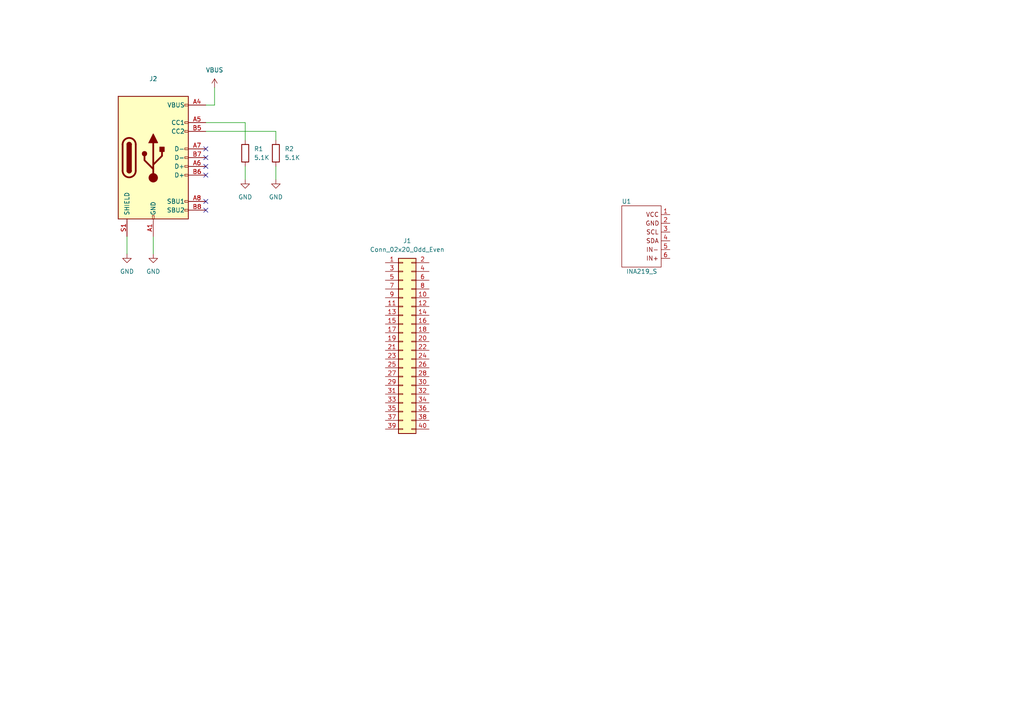
<source format=kicad_sch>
(kicad_sch (version 20211123) (generator eeschema)
  (paper "A4")
  (lib_symbols
    (symbol "AMSAT_Library:INA219_S"
      (property "Reference" "U1" (at -5.08 -2.54 0))
      (property "Value" "INA219_S" (at -3.81 -22.86 0))
      (symbol "INA219_S_0_0"
        (text "GND" (at 3.81 -8.89 0) (effects (font (size 1.27 1.27))))
        (text "IN+" (at 3.81 -19.05 0) (effects (font (size 1.27 1.27))))
        (text "IN-" (at 3.81 -16.51 0) (effects (font (size 1.27 1.27))))
        (text "SCL" (at 3.81 -11.43 0) (effects (font (size 1.27 1.27))))
        (text "SDA" (at 3.81 -13.97 0) (effects (font (size 1.27 1.27))))
        (text "VCC" (at 3.81 -6.35 0) (effects (font (size 1.27 1.27))))
      )
      (symbol "INA219_S_0_1"
        (rectangle (start -5.08 -3.81) (end 6.35 -21.59))
      )
      (symbol "INA219_S_1_1"
        (pin power_in line (at 6.35 -6.35 0) (length 2.54) (name "~") (number "1"))
        (pin power_in line (at 6.35 -8.89 0) (length 2.54) (name "~") (number "2"))
        (pin input line (at 6.35 -11.43 0) (length 2.54) (name "~") (number "3"))
        (pin input line (at 6.35 -13.97 0) (length 2.54) (name "~") (number "4"))
        (pin input line (at 6.35 -16.51 0) (length 2.54) (name "~") (number "5"))
        (pin input line (at 6.35 -19.05 0) (length 2.54) (name "~") (number "6"))
      )
    )
    (symbol "Connector:USB_C_Receptacle_USB2.0" (pin_names (offset 1.016))
      (property "Reference" "J" (at -10.16 19.05 0))
      (property "Value" "USB_C_Receptacle_USB2.0" (at 19.05 19.05 0))
      (symbol "USB_C_Receptacle_USB2.0_0_0"
        (rectangle (start -0.254 -17.78) (end 0.254 -16.764))
        (rectangle (start 10.16 -14.986) (end 9.144 -15.494))
        (rectangle (start 10.16 -12.446) (end 9.144 -12.954))
        (rectangle (start 10.16 -4.826) (end 9.144 -5.334))
        (rectangle (start 10.16 -2.286) (end 9.144 -2.794))
        (rectangle (start 10.16 0.254) (end 9.144 -0.254))
        (rectangle (start 10.16 2.794) (end 9.144 2.286))
        (rectangle (start 10.16 7.874) (end 9.144 7.366))
        (rectangle (start 10.16 10.414) (end 9.144 9.906))
        (rectangle (start 10.16 15.494) (end 9.144 14.986))
      )
      (symbol "USB_C_Receptacle_USB2.0_0_1"
        (rectangle (start -10.16 17.78) (end 10.16 -17.78) (stroke (width 0.254)) (fill (type background)))
        (arc (start -8.89 -3.81) (mid -6.985 -5.715) (end -5.08 -3.81) (stroke (width 0.508)))
        (arc (start -7.62 -3.81) (mid -6.985 -4.445) (end -6.35 -3.81) (stroke (width 0.254)))
        (arc (start -7.62 -3.81) (mid -6.985 -4.445) (end -6.35 -3.81) (stroke (width 0.254)) (fill (type outline)))
        (rectangle (start -7.62 -3.81) (end -6.35 3.81) (stroke (width 0.254)) (fill (type outline)))
        (arc (start -6.35 3.81) (mid -6.985 4.445) (end -7.62 3.81) (stroke (width 0.254)))
        (arc (start -6.35 3.81) (mid -6.985 4.445) (end -7.62 3.81) (stroke (width 0.254)) (fill (type outline)))
        (arc (start -5.08 3.81) (mid -6.985 5.715) (end -8.89 3.81) (stroke (width 0.508)))
        (circle (center -2.54 1.143) (radius 0.635) (stroke (width 0.254)) (fill (type outline)))
        (circle (center 0 -5.842) (radius 1.27) (fill (type outline)))
        (polyline (pts (xy -8.89 -3.81) (xy -8.89 3.81)) (stroke (width 0.508)))
        (polyline (pts (xy -5.08 3.81) (xy -5.08 -3.81)) (stroke (width 0.508)))
        (polyline (pts (xy 0 -5.842) (xy 0 4.318)) (stroke (width 0.508)))
        (polyline (pts (xy 0 -3.302) (xy -2.54 -0.762) (xy -2.54 0.508)) (stroke (width 0.508)))
        (polyline (pts (xy 0 -2.032) (xy 2.54 0.508) (xy 2.54 1.778)) (stroke (width 0.508)))
        (polyline (pts (xy -1.27 4.318) (xy 0 6.858) (xy 1.27 4.318) (xy -1.27 4.318)) (stroke (width 0.254)) (fill (type outline)))
        (rectangle (start 1.905 1.778) (end 3.175 3.048) (stroke (width 0.254)) (fill (type outline)))
      )
      (symbol "USB_C_Receptacle_USB2.0_1_1"
        (pin passive line (at 0 -22.86 90) (length 5.08) (name "GND") (number "A1"))
        (pin passive line (at 0 -22.86 90) (length 5.08) hide (name "GND") (number "A12"))
        (pin passive line (at 15.24 15.24 180) (length 5.08) (name "VBUS") (number "A4"))
        (pin bidirectional line (at 15.24 10.16 180) (length 5.08) (name "CC1") (number "A5"))
        (pin bidirectional line (at 15.24 -2.54 180) (length 5.08) (name "D+") (number "A6"))
        (pin bidirectional line (at 15.24 2.54 180) (length 5.08) (name "D-") (number "A7"))
        (pin bidirectional line (at 15.24 -12.7 180) (length 5.08) (name "SBU1") (number "A8"))
        (pin passive line (at 15.24 15.24 180) (length 5.08) hide (name "VBUS") (number "A9"))
        (pin passive line (at 0 -22.86 90) (length 5.08) hide (name "GND") (number "B1"))
        (pin passive line (at 0 -22.86 90) (length 5.08) hide (name "GND") (number "B12"))
        (pin passive line (at 15.24 15.24 180) (length 5.08) hide (name "VBUS") (number "B4"))
        (pin bidirectional line (at 15.24 7.62 180) (length 5.08) (name "CC2") (number "B5"))
        (pin bidirectional line (at 15.24 -5.08 180) (length 5.08) (name "D+") (number "B6"))
        (pin bidirectional line (at 15.24 0 180) (length 5.08) (name "D-") (number "B7"))
        (pin bidirectional line (at 15.24 -15.24 180) (length 5.08) (name "SBU2") (number "B8"))
        (pin passive line (at 15.24 15.24 180) (length 5.08) hide (name "VBUS") (number "B9"))
        (pin passive line (at -7.62 -22.86 90) (length 5.08) (name "SHIELD") (number "S1"))
      )
    )
    (symbol "Connector_Generic:Conn_02x20_Odd_Even" (pin_names (offset 1.016) hide)
      (property "Reference" "J" (at 1.27 25.4 0))
      (property "Value" "Conn_02x20_Odd_Even" (at 1.27 -27.94 0))
      (symbol "Conn_02x20_Odd_Even_1_1"
        (rectangle (start -1.27 -25.273) (end 0 -25.527) (stroke (width 0.1524)))
        (rectangle (start -1.27 -22.733) (end 0 -22.987) (stroke (width 0.1524)))
        (rectangle (start -1.27 -20.193) (end 0 -20.447) (stroke (width 0.1524)))
        (rectangle (start -1.27 -17.653) (end 0 -17.907) (stroke (width 0.1524)))
        (rectangle (start -1.27 -15.113) (end 0 -15.367) (stroke (width 0.1524)))
        (rectangle (start -1.27 -12.573) (end 0 -12.827) (stroke (width 0.1524)))
        (rectangle (start -1.27 -10.033) (end 0 -10.287) (stroke (width 0.1524)))
        (rectangle (start -1.27 -7.493) (end 0 -7.747) (stroke (width 0.1524)))
        (rectangle (start -1.27 -4.953) (end 0 -5.207) (stroke (width 0.1524)))
        (rectangle (start -1.27 -2.413) (end 0 -2.667) (stroke (width 0.1524)))
        (rectangle (start -1.27 0.127) (end 0 -0.127) (stroke (width 0.1524)))
        (rectangle (start -1.27 2.667) (end 0 2.413) (stroke (width 0.1524)))
        (rectangle (start -1.27 5.207) (end 0 4.953) (stroke (width 0.1524)))
        (rectangle (start -1.27 7.747) (end 0 7.493) (stroke (width 0.1524)))
        (rectangle (start -1.27 10.287) (end 0 10.033) (stroke (width 0.1524)))
        (rectangle (start -1.27 12.827) (end 0 12.573) (stroke (width 0.1524)))
        (rectangle (start -1.27 15.367) (end 0 15.113) (stroke (width 0.1524)))
        (rectangle (start -1.27 17.907) (end 0 17.653) (stroke (width 0.1524)))
        (rectangle (start -1.27 20.447) (end 0 20.193) (stroke (width 0.1524)))
        (rectangle (start -1.27 22.987) (end 0 22.733) (stroke (width 0.1524)))
        (rectangle (start -1.27 24.13) (end 3.81 -26.67) (stroke (width 0.254)) (fill (type background)))
        (rectangle (start 3.81 -25.273) (end 2.54 -25.527) (stroke (width 0.1524)))
        (rectangle (start 3.81 -22.733) (end 2.54 -22.987) (stroke (width 0.1524)))
        (rectangle (start 3.81 -20.193) (end 2.54 -20.447) (stroke (width 0.1524)))
        (rectangle (start 3.81 -17.653) (end 2.54 -17.907) (stroke (width 0.1524)))
        (rectangle (start 3.81 -15.113) (end 2.54 -15.367) (stroke (width 0.1524)))
        (rectangle (start 3.81 -12.573) (end 2.54 -12.827) (stroke (width 0.1524)))
        (rectangle (start 3.81 -10.033) (end 2.54 -10.287) (stroke (width 0.1524)))
        (rectangle (start 3.81 -7.493) (end 2.54 -7.747) (stroke (width 0.1524)))
        (rectangle (start 3.81 -4.953) (end 2.54 -5.207) (stroke (width 0.1524)))
        (rectangle (start 3.81 -2.413) (end 2.54 -2.667) (stroke (width 0.1524)))
        (rectangle (start 3.81 0.127) (end 2.54 -0.127) (stroke (width 0.1524)))
        (rectangle (start 3.81 2.667) (end 2.54 2.413) (stroke (width 0.1524)))
        (rectangle (start 3.81 5.207) (end 2.54 4.953) (stroke (width 0.1524)))
        (rectangle (start 3.81 7.747) (end 2.54 7.493) (stroke (width 0.1524)))
        (rectangle (start 3.81 10.287) (end 2.54 10.033) (stroke (width 0.1524)))
        (rectangle (start 3.81 12.827) (end 2.54 12.573) (stroke (width 0.1524)))
        (rectangle (start 3.81 15.367) (end 2.54 15.113) (stroke (width 0.1524)))
        (rectangle (start 3.81 17.907) (end 2.54 17.653) (stroke (width 0.1524)))
        (rectangle (start 3.81 20.447) (end 2.54 20.193) (stroke (width 0.1524)))
        (rectangle (start 3.81 22.987) (end 2.54 22.733) (stroke (width 0.1524)))
        (pin passive line (at -5.08 22.86 0) (length 3.81) (name "Pin_1") (number "1"))
        (pin passive line (at 7.62 12.7 180) (length 3.81) (name "Pin_10") (number "10"))
        (pin passive line (at -5.08 10.16 0) (length 3.81) (name "Pin_11") (number "11"))
        (pin passive line (at 7.62 10.16 180) (length 3.81) (name "Pin_12") (number "12"))
        (pin passive line (at -5.08 7.62 0) (length 3.81) (name "Pin_13") (number "13"))
        (pin passive line (at 7.62 7.62 180) (length 3.81) (name "Pin_14") (number "14"))
        (pin passive line (at -5.08 5.08 0) (length 3.81) (name "Pin_15") (number "15"))
        (pin passive line (at 7.62 5.08 180) (length 3.81) (name "Pin_16") (number "16"))
        (pin passive line (at -5.08 2.54 0) (length 3.81) (name "Pin_17") (number "17"))
        (pin passive line (at 7.62 2.54 180) (length 3.81) (name "Pin_18") (number "18"))
        (pin passive line (at -5.08 0 0) (length 3.81) (name "Pin_19") (number "19"))
        (pin passive line (at 7.62 22.86 180) (length 3.81) (name "Pin_2") (number "2"))
        (pin passive line (at 7.62 0 180) (length 3.81) (name "Pin_20") (number "20"))
        (pin passive line (at -5.08 -2.54 0) (length 3.81) (name "Pin_21") (number "21"))
        (pin passive line (at 7.62 -2.54 180) (length 3.81) (name "Pin_22") (number "22"))
        (pin passive line (at -5.08 -5.08 0) (length 3.81) (name "Pin_23") (number "23"))
        (pin passive line (at 7.62 -5.08 180) (length 3.81) (name "Pin_24") (number "24"))
        (pin passive line (at -5.08 -7.62 0) (length 3.81) (name "Pin_25") (number "25"))
        (pin passive line (at 7.62 -7.62 180) (length 3.81) (name "Pin_26") (number "26"))
        (pin passive line (at -5.08 -10.16 0) (length 3.81) (name "Pin_27") (number "27"))
        (pin passive line (at 7.62 -10.16 180) (length 3.81) (name "Pin_28") (number "28"))
        (pin passive line (at -5.08 -12.7 0) (length 3.81) (name "Pin_29") (number "29"))
        (pin passive line (at -5.08 20.32 0) (length 3.81) (name "Pin_3") (number "3"))
        (pin passive line (at 7.62 -12.7 180) (length 3.81) (name "Pin_30") (number "30"))
        (pin passive line (at -5.08 -15.24 0) (length 3.81) (name "Pin_31") (number "31"))
        (pin passive line (at 7.62 -15.24 180) (length 3.81) (name "Pin_32") (number "32"))
        (pin passive line (at -5.08 -17.78 0) (length 3.81) (name "Pin_33") (number "33"))
        (pin passive line (at 7.62 -17.78 180) (length 3.81) (name "Pin_34") (number "34"))
        (pin passive line (at -5.08 -20.32 0) (length 3.81) (name "Pin_35") (number "35"))
        (pin passive line (at 7.62 -20.32 180) (length 3.81) (name "Pin_36") (number "36"))
        (pin passive line (at -5.08 -22.86 0) (length 3.81) (name "Pin_37") (number "37"))
        (pin passive line (at 7.62 -22.86 180) (length 3.81) (name "Pin_38") (number "38"))
        (pin passive line (at -5.08 -25.4 0) (length 3.81) (name "Pin_39") (number "39"))
        (pin passive line (at 7.62 20.32 180) (length 3.81) (name "Pin_4") (number "4"))
        (pin passive line (at 7.62 -25.4 180) (length 3.81) (name "Pin_40") (number "40"))
        (pin passive line (at -5.08 17.78 0) (length 3.81) (name "Pin_5") (number "5"))
        (pin passive line (at 7.62 17.78 180) (length 3.81) (name "Pin_6") (number "6"))
        (pin passive line (at -5.08 15.24 0) (length 3.81) (name "Pin_7") (number "7"))
        (pin passive line (at 7.62 15.24 180) (length 3.81) (name "Pin_8") (number "8"))
        (pin passive line (at -5.08 12.7 0) (length 3.81) (name "Pin_9") (number "9"))
      )
    )
    (symbol "Device:R" (pin_numbers hide) (pin_names (offset 0))
      (property "Reference" "R" (at 2.032 0 90))
      (property "Value" "R" (at 0 0 90))
      (symbol "R_0_1"
        (rectangle (start -1.016 -2.54) (end 1.016 2.54) (stroke (width 0.254)))
      )
      (symbol "R_1_1"
        (pin passive line (at 0 3.81 270) (length 1.27) (name "~") (number "1"))
        (pin passive line (at 0 -3.81 90) (length 1.27) (name "~") (number "2"))
      )
    )
    (symbol "power:GND" (power) (pin_names (offset 0))
      (property "Value" "GND" (at 0 -3.81 0))
      (symbol "GND_0_1"
        (polyline (pts (xy 0 0) (xy 0 -1.27) (xy 1.27 -1.27) (xy 0 -2.54) (xy -1.27 -1.27) (xy 0 -1.27)))
      )
      (symbol "GND_1_1"
        (pin power_in line (at 0 0 270) (length 0) hide (name "GND") (number "1"))
      )
    )
    (symbol "power:VBUS" (power) (pin_names (offset 0))
      (property "Value" "VBUS" (at 0 3.81 0))
      (symbol "VBUS_0_1"
        (polyline (pts (xy -0.762 1.27) (xy 0 2.54)))
        (polyline (pts (xy 0 0) (xy 0 2.54)))
        (polyline (pts (xy 0 2.54) (xy 0.762 1.27)))
      )
      (symbol "VBUS_1_1"
        (pin power_in line (at 0 0 90) (length 0) hide (name "VBUS") (number "1"))
      )
    )
  )
  (no_connect (at 59.69 48.26))
  (no_connect (at 59.69 45.72))
  (no_connect (at 59.69 58.42))
  (no_connect (at 59.69 43.18))
  (no_connect (at 59.69 60.96))
  (no_connect (at 59.69 50.8))
  (wire (pts (xy 71.12 48.26) (xy 71.12 52.07)))
  (wire (pts (xy 62.23 30.48) (xy 62.23 25.4)))
  (wire (pts (xy 80.01 48.26) (xy 80.01 52.07)))
  (wire (pts (xy 59.69 30.48) (xy 62.23 30.48)))
  (wire (pts (xy 71.12 35.56) (xy 71.12 40.64)))
  (wire (pts (xy 59.69 38.1) (xy 80.01 38.1)))
  (wire (pts (xy 36.83 68.58) (xy 36.83 73.66)))
  (wire (pts (xy 44.45 68.58) (xy 44.45 73.66)))
  (wire (pts (xy 80.01 38.1) (xy 80.01 40.64)))
  (wire (pts (xy 59.69 35.56) (xy 71.12 35.56)))
  (symbol (lib_id "Connector:USB_C_Receptacle_USB2.0") (at 44.45 45.72 0) (unit 1)
    (property "Reference" "J2" (at 44.45 22.86 0))
    (property "Value" "USB_C_Receptacle_USB2.0" (effects hide))
    (property "Footprint" "Connector_USB:USB_C_Receptacle_GCT_USB4105-xx-A_16P_TopMnt_Horizontal" (effects hide))
    (property "Datasheet" "https://www.usb.org/sites/default/files/documents/usb_type-c.zip" (effects hide))
  )
  (symbol (lib_id "Device:R") (at 71.12 44.45 180) (unit 1)
    (property "Reference" "R1" (at 73.66 43.1799 0) (effects (justify right)))
    (property "Value" "5.1K" (at 73.66 45.72 0) (effects (justify right)))
    (property "Footprint" "Resistor_SMD:R_0603_1608Metric" (effects hide))
  )
  (symbol (lib_id "power:VBUS") (at 62.23 25.4 0) (unit 1)
    (property "Reference" "#PWR03" (effects hide))
    (property "Value" "VBUS" (at 62.23 20.32 0))
  )
  (symbol (lib_id "Connector_Generic:Conn_02x20_Odd_Even") (at 116.84 99.06 0) (unit 1)
    (property "Reference" "J1" (at 118.11 69.85 0))
    (property "Value" "Conn_02x20_Odd_Even" (at 118.11 72.39 0))
    (property "Footprint" "Connector_PinSocket_2.54mm:PinSocket_2x20_P2.54mm_Vertical" (effects hide))
  )
  (symbol (lib_id "power:GND") (at 36.83 73.66 0) (unit 1)
    (property "Reference" "#PWR01" (effects hide))
    (property "Value" "GND" (at 36.83 78.74 0))
  )
  (symbol (lib_id "power:GND") (at 44.45 73.66 0) (unit 1)
    (property "Reference" "#PWR02" (effects hide))
    (property "Value" "GND" (at 44.45 78.74 0))
  )
  (symbol (lib_id "Device:R") (at 80.01 44.45 180) (unit 1)
    (property "Reference" "R2" (at 82.55 43.18 0) (effects (justify right)))
    (property "Value" "5.1K" (at 82.55 45.72 0) (effects (justify right)))
    (property "Footprint" "Resistor_SMD:R_0603_1608Metric" (effects hide))
  )
  (symbol (lib_id "power:GND") (at 80.01 52.07 0) (unit 1)
    (property "Reference" "#PWR05" (effects hide))
    (property "Value" "GND" (at 80.01 57.15 0))
  )
  (symbol (lib_id "power:GND") (at 71.12 52.07 0) (unit 1)
    (property "Reference" "#PWR04" (effects hide))
    (property "Value" "GND" (at 71.12 57.15 0))
  )
  (symbol (lib_id "AMSAT_Library:INA219_S") (at 185.42 55.88 0) (unit 1)
    (property "Reference" "U1" (at 180.34 58.42 0) (effects (justify left)))
    (property "Value" "INA219_S" (at 181.61 78.74 0) (effects (justify left)))
    (property "Footprint" "AMSAT:INA219_Small" (effects hide))
  )
)
</source>
